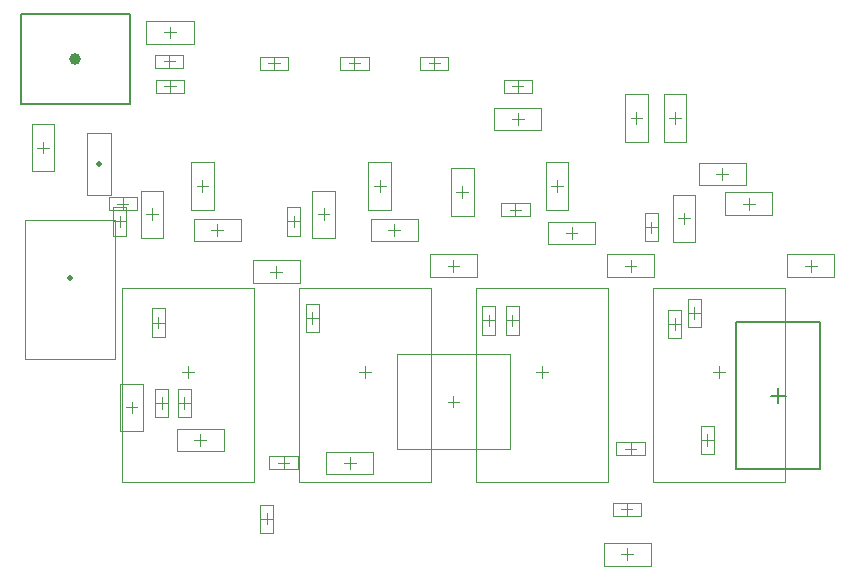
<source format=gbr>
G04 Layer_Color=32768*
%FSLAX42Y42*%
%MOMM*%
%TF.FileFunction,Other,Mechanical_15*%
%TF.Part,Single*%
G01*
G75*
%TA.AperFunction,NonConductor*%
%ADD45C,0.20*%
%ADD71C,0.13*%
%ADD74C,0.10*%
%ADD75C,0.05*%
%TA.AperFunction,OtherPad,Pad Zener 10V-0 (7.5mm,34.875mm)*%
%ADD76C,0.51*%
%TA.AperFunction,OtherPad,Pad Regulador-0 (5.5mm,43.75mm)*%
%ADD77C,1.00*%
%TA.AperFunction,OtherPad,Pad IPD90P03P4L-04-0 (5mm,25.25mm)*%
%ADD78C,0.50*%
%TA.AperFunction,NonConductor*%
%ADD79C,0.08*%
D45*
X6436Y1525D02*
X6564D01*
X6500Y1461D02*
Y1589D01*
X6144Y903D02*
X6856D01*
Y2147D01*
X6144D02*
X6856D01*
X6144Y903D02*
Y2147D01*
D71*
X90Y3995D02*
X1010D01*
Y4755D01*
X90D02*
X1010D01*
X90Y3995D02*
Y4755D01*
D74*
X5530Y4075D02*
X5720D01*
X5530Y3675D02*
X5720D01*
Y4075D01*
X5530Y3675D02*
Y4075D01*
X5625Y3825D02*
Y3925D01*
X5575Y3875D02*
X5675D01*
X5205Y4075D02*
X5395D01*
X5205Y3675D02*
X5395D01*
Y4075D01*
X5205Y3675D02*
Y4075D01*
X5300Y3825D02*
Y3925D01*
X5250Y3875D02*
X5350D01*
X6225Y3305D02*
Y3495D01*
X5825Y3305D02*
Y3495D01*
X6225D01*
X5825Y3305D02*
X6225D01*
X5975Y3400D02*
X6075D01*
X6025Y3350D02*
Y3450D01*
X2345Y3120D02*
X2455D01*
X2345Y2880D02*
X2455D01*
X2345D02*
Y3120D01*
X2455Y2880D02*
Y3120D01*
X2400Y2952D02*
Y3048D01*
X2352Y3000D02*
X2448D01*
X2555Y3260D02*
X2745D01*
X2555Y2860D02*
X2745D01*
X2555D02*
Y3260D01*
X2745Y2860D02*
Y3260D01*
X2650Y3010D02*
Y3110D01*
X2600Y3060D02*
X2700D01*
X3750Y1425D02*
Y1525D01*
X3700Y1475D02*
X3800D01*
X2111Y4283D02*
Y4392D01*
X2351Y4283D02*
Y4392D01*
X2111D02*
X2351D01*
X2111Y4283D02*
X2351D01*
X2184Y4338D02*
X2279D01*
X2231Y4290D02*
Y4385D01*
X5845Y1030D02*
X5955D01*
X5845Y1270D02*
X5955D01*
X5845Y1030D02*
Y1270D01*
X5955Y1030D02*
Y1270D01*
X5900Y1102D02*
Y1198D01*
X5853Y1150D02*
X5947D01*
X5130Y1020D02*
Y1130D01*
X5370Y1020D02*
Y1130D01*
X5130D02*
X5370D01*
X5130Y1020D02*
X5370D01*
X5203Y1075D02*
X5297D01*
X5250Y1027D02*
Y1123D01*
X1150Y4505D02*
Y4695D01*
X1550Y4505D02*
Y4695D01*
X1150D02*
X1550D01*
X1150Y4505D02*
X1550D01*
X1300Y4600D02*
X1400D01*
X1350Y4550D02*
Y4650D01*
X2114Y361D02*
X2224D01*
X2114Y601D02*
X2224D01*
Y361D02*
Y601D01*
X2114Y361D02*
Y601D01*
X2169Y434D02*
Y529D01*
X2121Y481D02*
X2216D01*
X1226Y1343D02*
X1336D01*
X1226Y1582D02*
X1336D01*
X1226Y1343D02*
Y1582D01*
X1336Y1343D02*
Y1582D01*
X1281Y1415D02*
Y1510D01*
X1234Y1462D02*
X1329D01*
X930Y1225D02*
X1120D01*
X930Y1625D02*
X1120D01*
X930Y1225D02*
Y1625D01*
X1120Y1225D02*
Y1625D01*
X1025Y1375D02*
Y1475D01*
X975Y1425D02*
X1075D01*
X1414Y1343D02*
X1524D01*
X1414Y1582D02*
X1524D01*
X1414Y1343D02*
Y1582D01*
X1524Y1343D02*
Y1582D01*
X1469Y1415D02*
Y1510D01*
X1421Y1462D02*
X1516D01*
X1406Y1055D02*
Y1245D01*
X1806Y1055D02*
Y1245D01*
X1406D02*
X1806D01*
X1406Y1055D02*
X1806D01*
X1556Y1150D02*
X1656D01*
X1606Y1100D02*
Y1200D01*
X1195Y2024D02*
X1305D01*
X1195Y2264D02*
X1305D01*
X1195Y2024D02*
Y2264D01*
X1305Y2024D02*
Y2264D01*
X1250Y2096D02*
Y2191D01*
X1202Y2144D02*
X1298D01*
X3073Y861D02*
Y1051D01*
X2673Y861D02*
Y1051D01*
Y861D02*
X3073D01*
X2673Y1051D02*
X3073D01*
X2823Y956D02*
X2923D01*
X2873Y906D02*
Y1006D01*
X2192Y901D02*
Y1011D01*
X2433Y901D02*
Y1011D01*
X2192D02*
X2433D01*
X2192Y901D02*
X2433D01*
X2265Y956D02*
X2360D01*
X2312Y909D02*
Y1004D01*
X5570Y2011D02*
X5680D01*
X5570Y2251D02*
X5680D01*
X5570Y2011D02*
Y2251D01*
X5680Y2011D02*
Y2251D01*
X5625Y2084D02*
Y2179D01*
X5578Y2131D02*
X5672D01*
X5733Y2105D02*
X5842D01*
X5733Y2345D02*
X5842D01*
X5733Y2105D02*
Y2345D01*
X5842Y2105D02*
Y2345D01*
X5788Y2177D02*
Y2273D01*
X5740Y2225D02*
X5835D01*
X3995Y2042D02*
X4105D01*
X3995Y2283D02*
X4105D01*
X3995Y2042D02*
Y2283D01*
X4105Y2042D02*
Y2283D01*
X4050Y2115D02*
Y2210D01*
X4003Y2162D02*
X4097D01*
X4195Y2042D02*
X4305D01*
X4195Y2283D02*
X4305D01*
X4195Y2042D02*
Y2283D01*
X4305Y2042D02*
Y2283D01*
X4250Y2115D02*
Y2210D01*
X4203Y2162D02*
X4297D01*
X2501Y2061D02*
X2611D01*
X2501Y2301D02*
X2611D01*
X2501Y2061D02*
Y2301D01*
X2611Y2061D02*
Y2301D01*
X2556Y2134D02*
Y2229D01*
X2509Y2181D02*
X2604D01*
X4494Y3774D02*
Y3964D01*
X4094Y3774D02*
Y3964D01*
Y3774D02*
X4494D01*
X4094Y3964D02*
X4494D01*
X4244Y3869D02*
X4344D01*
X4294Y3819D02*
Y3919D01*
X4414Y4089D02*
Y4199D01*
X4174Y4089D02*
Y4199D01*
Y4089D02*
X4414D01*
X4174Y4199D02*
X4414D01*
X4246Y4144D02*
X4341D01*
X4294Y4096D02*
Y4191D01*
X3467Y4283D02*
Y4392D01*
X3708Y4283D02*
Y4392D01*
X3467D02*
X3708D01*
X3467Y4283D02*
X3708D01*
X3540Y4338D02*
X3635D01*
X3588Y4290D02*
Y4385D01*
X2792Y4283D02*
Y4392D01*
X3033Y4283D02*
Y4392D01*
X2792D02*
X3033D01*
X2792Y4283D02*
X3033D01*
X2865Y4338D02*
X2960D01*
X2912Y4290D02*
Y4385D01*
X1470Y4089D02*
Y4199D01*
X1230Y4089D02*
Y4199D01*
Y4089D02*
X1470D01*
X1230Y4199D02*
X1470D01*
X1302Y4144D02*
X1398D01*
X1350Y4096D02*
Y4191D01*
X1224Y4301D02*
Y4411D01*
X1464Y4301D02*
Y4411D01*
X1224D02*
X1464D01*
X1224Y4301D02*
X1464D01*
X1296Y4356D02*
X1391D01*
X1344Y4309D02*
Y4404D01*
X180Y3825D02*
X370D01*
X180Y3425D02*
X370D01*
Y3825D01*
X180Y3425D02*
Y3825D01*
X275Y3575D02*
Y3675D01*
X225Y3625D02*
X325D01*
X1070Y3095D02*
Y3205D01*
X830Y3095D02*
Y3205D01*
Y3095D02*
X1070D01*
X830Y3205D02*
X1070D01*
X902Y3150D02*
X998D01*
X950Y3102D02*
Y3198D01*
X5421Y86D02*
Y276D01*
X5021Y86D02*
Y276D01*
X5421D01*
X5021Y86D02*
X5421D01*
X5171Y181D02*
X5271D01*
X5221Y131D02*
Y231D01*
X5339Y507D02*
Y618D01*
X5099Y507D02*
Y618D01*
X5339D01*
X5099Y507D02*
X5339D01*
X5171Y562D02*
X5266D01*
X5219Y515D02*
Y610D01*
X1500Y1675D02*
Y1775D01*
X1450Y1725D02*
X1550D01*
X940Y2435D02*
X2060D01*
X940Y795D02*
Y2435D01*
Y795D02*
X2060D01*
Y2435D01*
X4500Y1675D02*
Y1775D01*
X4450Y1725D02*
X4550D01*
X3940Y2435D02*
X5060D01*
X3940Y795D02*
Y2435D01*
Y795D02*
X5060D01*
Y2435D01*
X6000Y1675D02*
Y1775D01*
X5950Y1725D02*
X6050D01*
X5440Y2435D02*
X6560D01*
X5440Y795D02*
Y2435D01*
Y795D02*
X6560D01*
Y2435D01*
X6975Y2530D02*
Y2720D01*
X6575Y2530D02*
Y2720D01*
X6975D01*
X6575Y2530D02*
X6975D01*
X6725Y2625D02*
X6825D01*
X6775Y2575D02*
Y2675D01*
X2450Y2480D02*
Y2670D01*
X2050Y2480D02*
Y2670D01*
X2450D01*
X2050Y2480D02*
X2450D01*
X2200Y2575D02*
X2300D01*
X2250Y2525D02*
Y2625D01*
X1550Y2830D02*
Y3020D01*
X1950Y2830D02*
Y3020D01*
X1550Y2830D02*
X1950D01*
X1550Y3020D02*
X1950D01*
X1700Y2925D02*
X1800D01*
X1750Y2875D02*
Y2975D01*
X1530Y3500D02*
X1720D01*
X1530Y3100D02*
X1720D01*
X1530D02*
Y3500D01*
X1720Y3100D02*
Y3500D01*
X1625Y3250D02*
Y3350D01*
X1575Y3300D02*
X1675D01*
X1105Y3260D02*
X1295D01*
X1105Y2860D02*
X1295D01*
X1105D02*
Y3260D01*
X1295Y2860D02*
Y3260D01*
X1200Y3010D02*
Y3110D01*
X1150Y3060D02*
X1250D01*
X870Y3120D02*
X980D01*
X870Y2880D02*
X980D01*
X870D02*
Y3120D01*
X980Y2880D02*
Y3120D01*
X925Y2952D02*
Y3048D01*
X877Y3000D02*
X973D01*
X3030Y3500D02*
X3220D01*
X3030Y3100D02*
X3220D01*
X3030D02*
Y3500D01*
X3220Y3100D02*
Y3500D01*
X3125Y3250D02*
Y3350D01*
X3075Y3300D02*
X3175D01*
X3050Y2830D02*
Y3020D01*
X3450Y2830D02*
Y3020D01*
X3050Y2830D02*
X3450D01*
X3050Y3020D02*
X3450D01*
X3200Y2925D02*
X3300D01*
X3250Y2875D02*
Y2975D01*
X3730Y3450D02*
X3920D01*
X3730Y3050D02*
X3920D01*
X3730D02*
Y3450D01*
X3920Y3050D02*
Y3450D01*
X3825Y3200D02*
Y3300D01*
X3775Y3250D02*
X3875D01*
X3950Y2530D02*
Y2720D01*
X3550Y2530D02*
Y2720D01*
X3950D01*
X3550Y2530D02*
X3950D01*
X3700Y2625D02*
X3800D01*
X3750Y2575D02*
Y2675D01*
X4395Y3045D02*
Y3155D01*
X4155Y3045D02*
Y3155D01*
X4395D01*
X4155Y3045D02*
X4395D01*
X4228Y3100D02*
X4322D01*
X4275Y3052D02*
Y3148D01*
X4550Y2805D02*
Y2995D01*
X4950Y2805D02*
Y2995D01*
X4550Y2805D02*
X4950D01*
X4550Y2995D02*
X4950D01*
X4700Y2900D02*
X4800D01*
X4750Y2850D02*
Y2950D01*
X4530Y3500D02*
X4720D01*
X4530Y3100D02*
X4720D01*
X4530D02*
Y3500D01*
X4720Y3100D02*
Y3500D01*
X4625Y3250D02*
Y3350D01*
X4575Y3300D02*
X4675D01*
X5450Y2530D02*
Y2720D01*
X5050Y2530D02*
Y2720D01*
X5450D01*
X5050Y2530D02*
X5450D01*
X5200Y2625D02*
X5300D01*
X5250Y2575D02*
Y2675D01*
X5370Y3070D02*
X5480D01*
X5370Y2830D02*
X5480D01*
X5370D02*
Y3070D01*
X5480Y2830D02*
Y3070D01*
X5425Y2902D02*
Y2998D01*
X5378Y2950D02*
X5472D01*
X6050Y3055D02*
Y3245D01*
X6450Y3055D02*
Y3245D01*
X6050Y3055D02*
X6450D01*
X6050Y3245D02*
X6450D01*
X6200Y3150D02*
X6300D01*
X6250Y3100D02*
Y3200D01*
X5605Y3225D02*
X5795D01*
X5605Y2825D02*
X5795D01*
X5605D02*
Y3225D01*
X5795Y2825D02*
Y3225D01*
X5700Y2975D02*
Y3075D01*
X5650Y3025D02*
X5750D01*
X3000Y1675D02*
Y1775D01*
X2950Y1725D02*
X3050D01*
X2440Y2435D02*
X3560D01*
X2440Y795D02*
Y2435D01*
Y795D02*
X3560D01*
Y2435D01*
D75*
X3275Y1875D02*
X4225D01*
X3275Y1075D02*
X4225D01*
X3275D02*
Y1875D01*
X4225Y1075D02*
Y1875D01*
D76*
X750Y3488D02*
D03*
D77*
X550Y4375D02*
D03*
D78*
X500Y2525D02*
D03*
D79*
X650Y3225D02*
X850D01*
Y3750D01*
X650D02*
X850D01*
X650Y3225D02*
Y3750D01*
X119Y1839D02*
X881D01*
X119D02*
Y3008D01*
X881D01*
Y1839D02*
Y3008D01*
%TF.MD5,e6771c19a8eb057cc930f266def8056a*%
M02*

</source>
